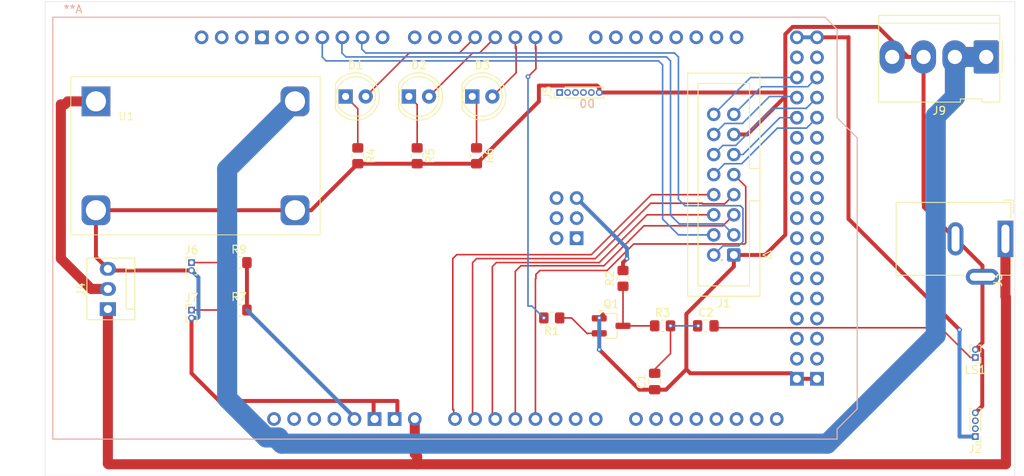
<source format=kicad_pcb>
(kicad_pcb (version 20240108) (generator "pcbnew") (generator_version "8.0")
  (layers (0 "F.Cu" signal) (31 "B.Cu" signal) (34 "B.Paste" user) (35 "F.Paste" user) (36 "B.SilkS" user "B.Silkscreen") (37 "F.SilkS" user "F.Silkscreen") (38 "B.Mask" user) (39 "F.Mask" user) (44 "Edge.Cuts" user))
  (net 0 "")
  (net 1 "GND")
  (net 2 "Net-(C1-Pad2)")
  (net 3 "Net-(LS1-Pin_1)")
  (net 4 "Net-(D1-K)")
  (net 5 "Net-(D1-A)")
  (net 6 "Net-(D2-K)")
  (net 7 "Net-(D2-A)")
  (net 8 "Net-(D3-A)")
  (net 9 "Net-(D3-K)")
  (net 10 "/C")
  (net 11 "/G2")
  (net 12 "/B")
  (net 13 "/OE")
  (net 14 "/LAT")
  (net 15 "/A")
  (net 16 "/D")
  (net 17 "/E")
  (net 18 "/R2")
  (net 19 "/G1")
  (net 20 "/CLK")
  (net 21 "/B1")
  (net 22 "/R1")
  (net 23 "/B2")
  (net 24 "/Echo")
  (net 25 "+5V")
  (net 26 "/Trig")
  (net 27 "/12V_SWITCH")
  (net 28 "+12V")
  (net 29 "Net-(J5-Pin_2)")
  (net 30 "Net-(J5-Pin_4)")
  (net 31 "Net-(J5-Pin_5)")
  (net 32 "Net-(J5-Pin_3)")
  (net 33 "Net-(J5-Pin_1)")
  (net 34 "/Button0")
  (net 35 "/Button1")
  (net 36 "+5V_Matrix")
  (net 37 "Net-(Q1-B)")
  (net 38 "Net-(Q1-C)")
  (net 39 "/Speaker_PWM")
  (footprint "Connector_Molex:Molex_KK-396_5273-04A_1x04_P3.96mm_Vertical" (layer "F.Cu") (at 234.38 48.5 180)
    (property "Reference" "J9" (at 5.94 -6.8 360) (layer "F.SilkS"))
    (property "Value" "WAVESHARE_PWR")
    (pad "1" thru_hole roundrect (at 0 0 180) (size 3.16 4.2) (drill 1.8) (layers "*.Cu" "*.Mask") (roundrect_rratio 0.079114) (net 36 "+5V_Matrix"))
    (pad "2" thru_hole oval (at 3.96 0 180) (size 3.16 4.2) (drill 1.8) (layers "*.Cu" "*.Mask") (net 36 "+5V_Matrix"))
    (pad "3" thru_hole oval (at 7.92 0 180) (size 3.16 4.2) (drill 1.8) (layers "*.Cu" "*.Mask") (net 1 "GND"))
    (pad "4" thru_hole oval (at 11.88 0 180) (size 3.16 4.2) (drill 1.8) (layers "*.Cu" "*.Mask") (net 1 "GND"))
  )
  (footprint "Connector_PinHeader_1.00mm:PinHeader_1x02_P1.00mm_Vertical" (layer "F.Cu") (at 134 74.5)
    (property "Reference" "J6" (at 0 -1.56 0) (layer "F.SilkS"))
    (property "Value" "Button_Conn")
    (pad "1" thru_hole rect (at 0 0) (size 0.85 0.85) (drill 0.5) (layers "*.Cu" "*.Mask") (net 34 "/Button0"))
    (pad "2" thru_hole oval (at 0 1) (size 0.85 0.85) (drill 0.5) (layers "*.Cu" "*.Mask") (net 1 "GND"))
  )
  (footprint "Package_TO_SOT_SMD:SOT-23_Handsoldering" (layer "F.Cu") (at 187 82.5)
    (property "Reference" "Q1" (at 0 -2.75 0) (layer "F.SilkS"))
    (property "Value" "2N2222")
    (pad "1" smd roundrect (at -1.5 -0.95) (size 1.9 0.8) (layers "F.Cu" "F.Paste" "F.Mask") (net 1 "GND"))
    (pad "2" smd roundrect (at -1.5 0.95) (size 1.9 0.8) (layers "F.Cu" "F.Paste" "F.Mask") (net 37 "Net-(Q1-B)"))
    (pad "3" smd roundrect (at 1.5 0) (size 1.9 0.8) (layers "F.Cu" "F.Paste" "F.Mask") (net 38 "Net-(Q1-C)"))
  )
  (footprint "Resistor_SMD:R_0805_2012Metric_Pad1.20x1.40mm_HandSolder" (layer "F.Cu") (at 155 61 -90)
    (property "Reference" "R4" (at 0 -1.65 90) (layer "F.SilkS"))
    (property "Value" "600")
    (pad "1" smd roundrect (at -1 0 270) (size 1.2 1.4) (layers "F.Cu" "F.Paste" "F.Mask") (roundrect_rratio 0.208333) (net 4 "Net-(D1-K)"))
    (pad "2" smd roundrect (at 1 0 270) (size 1.2 1.4) (layers "F.Cu" "F.Paste" "F.Mask") (roundrect_rratio 0.208333) (net 1 "GND"))
  )
  (footprint "matrixboard:DFR_Regulator" (layer "F.Cu") (at 134.5 61)
    (property "Reference" "U1" (at -8.75 -5 0) (layer "F.SilkS") (effects (font (thickness 0.1))))
    (property "Value" "~")
    (pad "1" thru_hole rect (at -12.5715 -6.881) (size 3.643 3.762) (drill 2.54) (layers "*.Cu" "*.Mask") (net 28 "+12V"))
    (pad "2" thru_hole roundrect (at -12.5715 6.881) (size 3.643 3.762) (drill 2.54) (layers "*.Cu" "*.Mask") (net 1 "GND"))
    (pad "3" thru_hole roundrect (at 12.5715 -6.881) (size 3.643 3.762) (drill 2.54) (layers "*.Cu" "*.Mask") (net 36 "+5V_Matrix"))
    (pad "4" thru_hole roundrect (at 12.5715 6.881) (size 3.643 3.762) (drill 2.54) (layers "*.Cu" "*.Mask") (net 1 "GND"))
  )
  (footprint "LED_THT:LED_D5.0mm" (layer "F.Cu") (at 153.46 53.5)
    (property "Reference" "D1" (at 1.27 -3.96 0) (layer "F.SilkS"))
    (property "Value" "LED")
    (pad "1" thru_hole rect (at 0 0) (size 1.8 1.8) (drill 0.9) (layers "*.Cu" "*.Mask") (net 4 "Net-(D1-K)"))
    (pad "2" thru_hole circle (at 2.54 0) (size 1.8 1.8) (drill 0.9) (layers "*.Cu" "*.Mask") (net 5 "Net-(D1-A)"))
  )
  (footprint "Connector_PinHeader_1.00mm:PinHeader_1x06_P1.00mm_Vertical" (layer "F.Cu") (at 180.5 53 90)
    (property "Reference" "J5" (at 0 -1.56 90) (layer "F.SilkS"))
    (property "Value" "Debug_Conn")
    (pad "1" thru_hole rect (at 0 0 90) (size 0.85 0.85) (drill 0.5) (layers "*.Cu" "*.Mask") (net 33 "Net-(J5-Pin_1)"))
    (pad "2" thru_hole oval (at 0 1 90) (size 0.85 0.85) (drill 0.5) (layers "*.Cu" "*.Mask") (net 29 "Net-(J5-Pin_2)"))
    (pad "3" thru_hole oval (at 0 2 90) (size 0.85 0.85) (drill 0.5) (layers "*.Cu" "*.Mask") (net 32 "Net-(J5-Pin_3)"))
    (pad "4" thru_hole oval (at 0 3 90) (size 0.85 0.85) (drill 0.5) (layers "*.Cu" "*.Mask") (net 30 "Net-(J5-Pin_4)"))
    (pad "5" thru_hole oval (at 0 4 90) (size 0.85 0.85) (drill 0.5) (layers "*.Cu" "*.Mask") (net 31 "Net-(J5-Pin_5)"))
    (pad "6" thru_hole oval (at 0 5 90) (size 0.85 0.85) (drill 0.5) (layers "*.Cu" "*.Mask") (net 1 "GND"))
  )
  (footprint "Capacitor_SMD:C_0805_2012Metric_Pad1.18x1.45mm_HandSolder" (layer "F.Cu") (at 192.5 89.5375 90)
    (property "Reference" "C1" (at 0 -1.68 90) (layer "F.SilkS"))
    (property "Value" "1nF")
    (pad "1" smd roundrect (at -1.0375 0 90) (size 1.175 1.45) (layers "F.Cu" "F.Paste" "F.Mask") (roundrect_rratio 0.212766) (net 1 "GND"))
    (pad "2" smd roundrect (at 1.0375 0 90) (size 1.175 1.45) (layers "F.Cu" "F.Paste" "F.Mask") (roundrect_rratio 0.212766) (net 2 "Net-(C1-Pad2)"))
  )
  (footprint "Resistor_SMD:R_0805_2012Metric_Pad1.20x1.40mm_HandSolder" (layer "F.Cu") (at 170 61 -90)
    (property "Reference" "R6" (at 0 -1.65 90) (layer "F.SilkS"))
    (property "Value" "600")
    (pad "1" smd roundrect (at -1 0 270) (size 1.2 1.4) (layers "F.Cu" "F.Paste" "F.Mask") (roundrect_rratio 0.208333) (net 9 "Net-(D3-K)"))
    (pad "2" smd roundrect (at 1 0 270) (size 1.2 1.4) (layers "F.Cu" "F.Paste" "F.Mask") (roundrect_rratio 0.208333) (net 1 "GND"))
  )
  (footprint "LED_THT:LED_D5.0mm" (layer "F.Cu") (at 169.46 53.5)
    (property "Reference" "D3" (at 1.27 -3.96 0) (layer "F.SilkS"))
    (property "Value" "LED")
    (pad "1" thru_hole rect (at 0 0) (size 1.8 1.8) (drill 0.9) (layers "*.Cu" "*.Mask") (net 9 "Net-(D3-K)"))
    (pad "2" thru_hole circle (at 2.54 0) (size 1.8 1.8) (drill 0.9) (layers "*.Cu" "*.Mask") (net 8 "Net-(D3-A)"))
  )
  (footprint "matrixboard:Arduino_Mega2560_R3_Shield" (layer "F.Cu") (at 116.48 96.82)
    (property "Reference" "A**" (at 2.54 -54.356 360) (layer "B.SilkS") (effects (justify mirror)))
    (property "Value" "Arduino_Mega2560_R3_Shield")
    (fp_text user "D0" (at 67.5 -42.395 0) (layer "B.SilkS") (effects (justify mirror)))
    (fp_text user "." (at 84.484 -23.004 360) (layer "B.SilkS"))
    (fp_text user "." (at 84.484 -23.004 360) (layer "F.SilkS"))
    (fp_text user "D0" (at 67.5 -42.395 0) (layer "F.SilkS"))
    (pad "" np_thru_hole circle (at 13.97 -2.54) (size 3.2 3.2) (drill 3.2) (layers "*.Cu" "*.Mask"))
    (pad "" np_thru_hole circle (at 15.24 -50.8) (size 3.2 3.2) (drill 3.2) (layers "*.Cu" "*.Mask"))
    (pad "" thru_hole oval (at 27.94 -2.54) (size 1.7272 1.7272) (drill 1.016) (layers "*.Cu" "*.Mask"))
    (pad "" np_thru_hole circle (at 66.04 -35.56) (size 3.2 3.2) (drill 3.2) (layers "*.Cu" "*.Mask"))
    (pad "" np_thru_hole circle (at 66.04 -7.62) (size 3.2 3.2) (drill 3.2) (layers "*.Cu" "*.Mask"))
    (pad "" np_thru_hole circle (at 90.17 -50.8) (size 3.2 3.2) (drill 3.2) (layers "*.Cu" "*.Mask"))
    (pad "" np_thru_hole circle (at 96.52 -2.54) (size 3.2 3.2) (drill 3.2) (layers "*.Cu" "*.Mask"))
    (pad "3V3" thru_hole oval (at 35.56 -2.54) (size 1.7272 1.7272) (drill 1.016) (layers "*.Cu" "*.Mask"))
    (pad "5V1" thru_hole oval (at 38.1 -2.54) (size 1.7272 1.7272) (drill 1.016) (layers "*.Cu" "*.Mask") (net 25 "+5V"))
    (pad "5V2" thru_hole oval (at 66.167 -30.48) (size 1.7272 1.7272) (drill 1.016) (layers "*.Cu" "*.Mask") (net 25 "+5V"))
    (pad "5V3" thru_hole oval (at 93.98 -50.8) (size 1.7272 1.7272) (drill 1.016) (layers "*.Cu" "*.Mask") (net 25 "+5V"))
    (pad "5V4" thru_hole oval (at 96.52 -50.8) (size 1.7272 1.7272) (drill 1.016) (layers "*.Cu" "*.Mask") (net 25 "+5V"))
    (pad "A0" thru_hole oval (at 50.8 -2.54) (size 1.7272 1.7272) (drill 1.016) (layers "*.Cu" "*.Mask") (net 15 "/A"))
    (pad "A1" thru_hole oval (at 53.34 -2.54) (size 1.7272 1.7272) (drill 1.016) (layers "*.Cu" "*.Mask") (net 12 "/B"))
    (pad "A2" thru_hole oval (at 55.88 -2.54) (size 1.7272 1.7272) (drill 1.016) (layers "*.Cu" "*.Mask") (net 10 "/C"))
    (pad "A3" thru_hole oval (at 58.42 -2.54) (size 1.7272 1.7272) (drill 1.016) (layers "*.Cu" "*.Mask") (net 16 "/D"))
    (pad "A4" thru_hole oval (at 60.96 -2.54) (size 1.7272 1.7272) (drill 1.016) (layers "*.Cu" "*.Mask") (net 17 "/E"))
    (pad "A5" thru_hole oval (at 63.5 -2.54) (size 1.7272 1.7272) (drill 1.016) (layers "*.Cu" "*.Mask"))
    (pad "A6" thru_hole oval (at 66.04 -2.54) (size 1.7272 1.7272) (drill 1.016) (layers "*.Cu" "*.Mask"))
    (pad "A7" thru_hole oval (at 68.58 -2.54) (size 1.7272 1.7272) (drill 1.016) (layers "*.Cu" "*.Mask"))
    (pad "A8" thru_hole oval (at 73.66 -2.54) (size 1.7272 1.7272) (drill 1.016) (layers "*.Cu" "*.Mask"))
    (pad "A9" thru_hole oval (at 76.2 -2.54) (size 1.7272 1.7272) (drill 1.016) (layers "*.Cu" "*.Mask"))
    (pad "A10" thru_hole oval (at 78.74 -2.54) (size 1.7272 1.7272) (drill 1.016) (layers "*.Cu" "*.Mask"))
    (pad "A11" thru_hole oval (at 81.28 -2.54) (size 1.7272 1.7272) (drill 1.016) (layers "*.Cu" "*.Mask"))
    (pad "A12" thru_hole oval (at 83.82 -2.54) (size 1.7272 1.7272) (drill 1.016) (layers "*.Cu" "*.Mask"))
    (pad "A13" thru_hole oval (at 86.36 -2.54) (size 1.7272 1.7272) (drill 1.016) (layers "*.Cu" "*.Mask"))
    (pad "A14" thru_hole oval (at 88.9 -2.54) (size 1.7272 1.7272) (drill 1.016) (layers "*.Cu" "*.Mask"))
    (pad "A15" thru_hole oval (at 91.44 -2.54) (size 1.7272 1.7272) (drill 1.016) (layers "*.Cu" "*.Mask"))
    (pad "AREF" thru_hole oval (at 23.876 -50.8) (size 1.7272 1.7272) (drill 1.016) (layers "*.Cu" "*.Mask"))
    (pad "D0" thru_hole oval (at 63.5 -50.8) (size 1.7272 1.7272) (drill 1.016) (layers "*.Cu" "*.Mask"))
    (pad "D1" thru_hole oval (at 60.96 -50.8) (size 1.7272 1.7272) (drill 1.016) (layers "*.Cu" "*.Mask") (net 39 "/Speaker_PWM"))
    (pad "D2" thru_hole oval (at 58.42 -50.8) (size 1.7272 1.7272) (drill 1.016) (layers "*.Cu" "*.Mask") (net 8 "Net-(D3-A)"))
    (pad "D3" thru_hole oval (at 55.88 -50.8) (size 1.7272 1.7272) (drill 1.016) (layers "*.Cu" "*.Mask") (net 7 "Net-(D2-A)"))
    (pad "D4" thru_hole oval (at 53.34 -50.8) (size 1.7272 1.7272) (drill 1.016) (layers "*.Cu" "*.Mask") (net 5 "Net-(D1-A)"))
    (pad "D5" thru_hole oval (at 50.8 -50.8) (size 1.7272 1.7272) (drill 1.016) (layers "*.Cu" "*.Mask"))
    (pad "D6" thru_hole oval (at 48.26 -50.8) (size 1.7272 1.7272) (drill 1.016) (layers "*.Cu" "*.Mask"))
    (pad "D7" thru_hole oval (at 45.72 -50.8) (size 1.7272 1.7272) (drill 1.016) (layers "*.Cu" "*.Mask"))
    (pad "D8" thru_hole oval (at 41.656 -50.8) (size 1.7272 1.7272) (drill 1.016) (layers "*.Cu" "*.Mask"))
    (pad "D9" thru_hole oval (at 39.116 -50.8) (size 1.7272 1.7272) (drill 1.016) (layers "*.Cu" "*.Mask") (net 13 "/OE"))
    (pad "D10" thru_hole oval (at 36.576 -50.8) (size 1.7272 1.7272) (drill 1.016) (layers "*.Cu" "*.Mask") (net 14 "/LAT"))
    (pad "D11" thru_hole oval (at 34.036 -50.8) (size 1.7272 1.7272) (drill 1.016) (layers "*.Cu" "*.Mask") (net 20 "/CLK"))
    (pad "D12" thru_hole oval (at 31.496 -50.8) (size 1.7272 1.7272) (drill 1.016) (layers "*.Cu" "*.Mask"))
    (pad "D13" thru_hole oval (at 28.956 -50.8) (size 1.7272 1.7272) (drill 1.016) (layers "*.Cu" "*.Mask"))
    (pad "D14" thru_hole oval (at 68.58 -50.8) (size 1.7272 1.7272) (drill 1.016) (layers "*.Cu" "*.Mask"))
    (pad "D15" thru_hole oval (at 71.12 -50.8) (size 1.7272 1.7272) (drill 1.016) (layers "*.Cu" "*.Mask"))
    (pad "D16" thru_hole oval (at 73.66 -50.8) (size 1.7272 1.7272) (drill 1.016) (layers "*.Cu" "*.Mask"))
    (pad "D17" thru_hole oval (at 76.2 -50.8) (size 1.7272 1.7272) (drill 1.016) (layers "*.Cu" "*.Mask"))
    (pad "D18" thru_hole oval (at 78.74 -50.8) (size 1.7272 1.7272) (drill 1.016) (layers "*.Cu" "*.Mask"))
    (pad "D19" thru_hole oval (at 81.28 -50.8) (size 1.7272 1.7272) (drill 1.016) (layers "*.Cu" "*.Mask"))
    (pad "D20" thru_hole oval (at 83.82 -50.8) (size 1.7272 1.7272) (drill 1.016) (layers "*.Cu" "*.Mask"))
    (pad "D21" thru_hole oval (at 86.36 -50.8) (size 1.7272 1.7272) (drill 1.016) (layers "*.Cu" "*.Mask"))
    (pad "D22" thru_hole oval (at 93.98 -48.26) (size 1.7272 1.7272) (drill 1.016) (layers "*.Cu" "*.Mask"))
    (pad "D23" thru_hole oval (at 96.52 -48.26) (size 1.7272 1.7272) (drill 1.016) (layers "*.Cu" "*.Mask"))
    (pad "D24" thru_hole oval (at 93.98 -45.72) (size 1.7272 1.7272) (drill 1.016) (layers "*.Cu" "*.Mask") (net 22 "/R1"))
    (pad "D25" thru_hole oval (at 96.52 -45.72) (size 1.7272 1.7272) (drill 1.016) (layers "*.Cu" "*.Mask") (net 19 "/G1"))
    (pad "D26" thru_hole oval (at 93.98 -43.18) (size 1.7272 1.7272) (drill 1.016) (layers "*.Cu" "*.Mask") (net 21 "/B1"))
    (pad "D27" thru_hole oval (at 96.52 -43.18) (size 1.7272 1.7272) (drill 1.016) (layers "*.Cu" "*.Mask") (net 18 "/R2"))
    (pad "D28" thru_hole oval (at 93.98 -40.64) (size 1.7272 1.7272) (drill 1.016) (layers "*.Cu" "*.Mask") (net 11 "/G2"))
    (pad "D29" thru_hole oval (at 96.52 -40.64) (size 1.7272 1.7272) (drill 1.016) (layers "*.Cu" "*.Mask") (net 23 "/B2"))
    (pad "D30" thru_hole oval (at 93.98 -38.1) (size 1.7272 1.7272) (drill 1.016) (layers "*.Cu" "*.Mask"))
    (pad "D31" thru_hole oval (at 96.52 -38.1) (size 1.7272 1.7272) (drill 1.016) (layers "*.Cu" "*.Mask"))
    (pad "D32" thru_hole oval (at 93.98 -35.56) (size 1.7272 1.7272) (drill 1.016) (layers "*.Cu" "*.Mask"))
    (pad "D33" thru_hole oval (at 96.52 -35.56) (size 1.7272 1.7272) (drill 1.016) (layers "*.Cu" "*.Mask"))
    (pad "D34" thru_hole oval (at 93.98 -33.02) (size 1.7272 1.7272) (drill 1.016) (layers "*.Cu" "*.Mask"))
    (pad "D35" thru_hole oval (at 96.52 -33.02) (size 1.7272 1.7272) (drill 1.016) (layers "*.Cu" "*.Mask"))
    (pad "D36" thru_hole oval (at 93.98 -30.48) (size 1.7272 1.7272) (drill 1.016) (layers "*.Cu" "*.Mask"))
    (pad "D37" thru_hole oval (at 96.52 -30.48) (size 1.7272 1.7272) (drill 1.016) (layers "*.Cu" "*.Mask"))
    (pad "D38" thru_hole oval (at 93.98 -27.94) (size 1.7272 1.7272) (drill 1.016) (layers "*.Cu" "*.Mask"))
    (pad "D39" thru_hole oval (at 96.52 -27.94) (size 1.7272 1.7272) (drill 1.016) (layers "*.Cu" "*.Mask"))
    (pad "D40" thru_hole oval (at 93.98 -25.4) (size 1.7272 1.7272) (drill 1.016) (layers "*.Cu" "*.Mask"))
    (pad "D41" thru_hole oval (at 96.52 -25.4) (size 1.7272 1.7272) (drill 1.016) (layers "*.Cu" "*.Mask"))
    (pad "D42" thru_hole oval (at 93.98 -22.86) (size 1.7272 1.7272) (drill 1.016) (layers "*.Cu" "*.Mask"))
    (pad "D43" thru_hole oval (at 96.52 -22.86) (size 1.7272 1.7272) (drill 1.016) (layers "*.Cu" "*.Mask"))
    (pad "D44" thru_hole oval (at 93.98 -20.32) (size 1.7272 1.7272) (drill 1.016) (layers "*.Cu" "*.Mask"))
    (pad "D45" thru_hole oval (at 96.52 -20.32) (size 1.7272 1.7272) (drill 1.016) (layers "*.Cu" "*.Mask"))
    (pad "D46" thru_hole oval (at 93.98 -17.78) (size 1.7272 1.7272) (drill 1.016) (layers "*.Cu" "*.Mask"))
    (pad "D47" thru_hole oval (at 96.52 -17.78) (size 1.7272 1.7272) (drill 1.016) (layers "*.Cu" "*.Mask"))
    (pad "D48" thru_hole oval (at 93.98 -15.24) (size 1.7272 1.7272) (drill 1.016) (layers "*.Cu" "*.Mask"))
    (pad "D49" thru_hole oval (at 96.52 -15.24) (size 1.7272 1.7272) (drill 1.016) (layers "*.Cu" "*.Mask"))
    (pad "D50" thru_hole oval (at 93.98 -12.7) (size 1.7272 1.7272) (drill 1.016) (layers "*.Cu" "*.Mask"))
    (pad "D51" thru_hole oval (at 96.52 -12.7) (size 1.7272 1.7272) (drill 1.016) (layers "*.Cu" "*.Mask"))
    (pad "D52" thru_hole oval (at 93.98 -10.16) (size 1.7272 1.7272) (drill 1.016) (layers "*.Cu" "*.Mask"))
    (pad "D53" thru_hole oval (at 96.52 -10.16) (size 1.7272 1.7272) (drill 1.016) (layers "*.Cu" "*.Mask"))
    (pad "GND1" thru_hole rect (at 26.416 -50.8) (size 1.7272 1.7272) (drill 1.016) (layers "*.Cu" "*.Mask"))
    (pad "GND2" thru_hole rect (at 40.64 -2.54) (size 1.7272 1.7272) (drill 1.016) (layers "*.Cu" "*.Mask") (net 1 "GND"))
    (pad "GND3" thru_hole rect (at 43.18 -2.54) (size 1.7272 1.7272) (drill 1.016) (layers "*.Cu" "*.Mask") (net 1 "GND"))
    (pad "GND4" thru_hole rect (at 66.167 -25.4) (size 1.7272 1.7272) (drill 1.016) (layers "*.Cu" "*.Mask"))
    (pad "GND5" thru_hole rect (at 93.98 -7.62) (size 1.7272 1.7272) (drill 1.016) (layers "*.Cu" "*.Mask") (net 1 "GND"))
    (pad "GND6" thru_hole rect (at 96.52 -7.62) (size 1.7272 1.7272) (drill 1.016) (layers "*.Cu" "*.Mask") (net 1 "GND"))
    (pad "IORF" thru_hole oval (at 30.48 -2.54) (size 1.7272 1.7272) (drill 1.016) (layers "*.Cu" "*.Mask"))
    (pad "MISO" thru_hole oval (at 63.627 -30.48) (size 1.7272 1.7272) (drill 1.016) (layers "*.Cu" "*.Mask"))
    (pad "MOSI" thru_hole oval (at 66.167 -27.94) (size 1.7272 1.7272) (drill 1.016) (layers "*.Cu" "*.Mask"))
    (pad "RST1" thru_hole oval (at 33.02 -2.54) (size 1.7272 1.7272) (drill 1.016) (layers "*.Cu" "*.Mask"))
    (pad "RST2" thru_hole oval (at 63.627 -25.4) (size 1.7272 1.7272) (drill 1.016) (layers "*.Cu" "*.Mask"))
    (pad "SCK" thru_hole oval (at 63.627 -27.94) (size 1.7272 1.7272) (drill 1.016) (layers "*.Cu" "*.Mask"))
    (pad "SCL" thru_hole oval (at 18.796 -50.8) (size 1.7272 1.7272) (drill 1.016) (layers "*.Cu" "*.Mask"))
    (pad "SDA" thru_hole oval (at 21.336 -50.8) (size 1.7272 1.7272) (drill 1.016) (layers "*.Cu" "*.Mask"))
    (pad "VIN" thru_hole oval (at 45.72 -2.54) (size 1.7272 1.7272) (drill 1.016) (layers "*.Cu" "*.Mask") (net 27 "/12V_SWITCH"))
  )
  (footprint "Connector_PinHeader_1.00mm:PinHeader_1x02_P1.00mm_Vertical" (layer "F.Cu") (at 134 80.5)
    (property "Reference" "J7" (at 0 -1.56 0) (layer "F.SilkS"))
    (property "Value" "Button_Conn")
    (pad "1" thru_hole rect (at 0 0) (size 0.85 0.85) (drill 0.5) (layers "*.Cu" "*.Mask") (net 35 "/Button1"))
    (pad "2" thru_hole oval (at 0 1) (size 0.85 0.85) (drill 0.5) (layers "*.Cu" "*.Mask") (net 1 "GND"))
  )
  (footprint "Resistor_SMD:R_0805_2012Metric_Pad1.20x1.40mm_HandSolder" (layer "F.Cu") (at 140 80.5)
    (property "Reference" "R7" (at 0 -1.65 0) (layer "F.SilkS"))
    (property "Value" "10k")
    (pad "1" smd roundrect (at -1 0) (size 1.2 1.4) (layers "F.Cu" "F.Paste" "F.Mask") (roundrect_rratio 0.208333) (net 35 "/Button1"))
    (pad "2" smd roundrect (at 1 0) (size 1.2 1.4) (layers "F.Cu" "F.Paste" "F.Mask") (roundrect_rratio 0.208333) (net 25 "+5V"))
  )
  (footprint "Resistor_SMD:R_0805_2012Metric_Pad1.20x1.40mm_HandSolder" (layer "F.Cu") (at 188.5 76.5 90)
    (property "Reference" "R2" (at 0 -1.65 90) (layer "F.SilkS"))
    (property "Value" "20")
    (pad "1" smd roundrect (at -1 0 90) (size 1.2 1.4) (layers "F.Cu" "F.Paste" "F.Mask") (roundrect_rratio 0.208333) (net 38 "Net-(Q1-C)"))
    (pad "2" smd roundrect (at 1 0 90) (size 1.2 1.4) (layers "F.Cu" "F.Paste" "F.Mask") (roundrect_rratio 0.208333) (net 25 "+5V"))
  )
  (footprint "Connector_IDC:IDC-Header_2x08_P2.54mm_Vertical" (layer "F.Cu") (at 202.5 73.54 180)
    (property "Reference" "J1" (at 1.27 -6.1 360) (layer "F.SilkS"))
    (property "Value" "Waveshare_Input_Conn")
    (pad "1" thru_hole roundrect (at 0 0 180) (size 1.7 1.7) (drill 1) (layers "*.Cu" "*.Mask") (roundrect_rratio 0.147059) (net 1 "GND"))
    (pad "2" thru_hole circle (at 2.54 0 180) (size 1.7 1.7) (drill 1) (layers "*.Cu" "*.Mask") (net 13 "/OE"))
    (pad "3" thru_hole circle (at 0 2.54 180) (size 1.7 1.7) (drill 1) (layers "*.Cu" "*.Mask") (net 14 "/LAT"))
    (pad "4" thru_hole circle (at 2.54 2.54 180) (size 1.7 1.7) (drill 1) (layers "*.Cu" "*.Mask") (net 20 "/CLK"))
    (pad "5" thru_hole circle (at 0 5.08 180) (size 1.7 1.7) (drill 1) (layers "*.Cu" "*.Mask") (net 16 "/D"))
    (pad "6" thru_hole circle (at 2.54 5.08 180) (size 1.7 1.7) (drill 1) (layers "*.Cu" "*.Mask") (net 10 "/C"))
    (pad "7" thru_hole circle (at 0 7.62 180) (size 1.7 1.7) (drill 1) (layers "*.Cu" "*.Mask") (net 12 "/B"))
    (pad "8" thru_hole circle (at 2.54 7.62 180) (size 1.7 1.7) (drill 1) (layers "*.Cu" "*.Mask") (net 15 "/A"))
    (pad "9" thru_hole circle (at 0 10.16 180) (size 1.7 1.7) (drill 1) (layers "*.Cu" "*.Mask") (net 17 "/E"))
    (pad "10" thru_hole circle (at 2.54 10.16 180) (size 1.7 1.7) (drill 1) (layers "*.Cu" "*.Mask") (net 23 "/B2"))
    (pad "11" thru_hole circle (at 0 12.7 180) (size 1.7 1.7) (drill 1) (layers "*.Cu" "*.Mask") (net 11 "/G2"))
    (pad "12" thru_hole circle (at 2.54 12.7 180) (size 1.7 1.7) (drill 1) (layers "*.Cu" "*.Mask") (net 18 "/R2"))
    (pad "13" thru_hole circle (at 0 15.24 180) (size 1.7 1.7) (drill 1) (layers "*.Cu" "*.Mask") (net 1 "GND"))
    (pad "14" thru_hole circle (at 2.54 15.24 180) (size 1.7 1.7) (drill 1) (layers "*.Cu" "*.Mask") (net 21 "/B1"))
    (pad "15" thru_hole circle (at 0 17.78 180) (size 1.7 1.7) (drill 1) (layers "*.Cu" "*.Mask") (net 19 "/G1"))
    (pad "16" thru_hole circle (at 2.54 17.78 180) (size 1.7 1.7) (drill 1) (layers "*.Cu" "*.Mask") (net 22 "/R1"))
  )
  (footprint "Resistor_SMD:R_0805_2012Metric_Pad1.20x1.40mm_HandSolder" (layer "F.Cu") (at 140 74.5)
    (property "Reference" "R9" (at 0 -1.65 0) (layer "F.SilkS"))
    (property "Value" "10k")
    (pad "1" smd roundrect (at -1 0) (size 1.2 1.4) (layers "F.Cu" "F.Paste" "F.Mask") (roundrect_rratio 0.208333) (net 34 "/Button0"))
    (pad "2" smd roundrect (at 1 0) (size 1.2 1.4) (layers "F.Cu" "F.Paste" "F.Mask") (roundrect_rratio 0.208333) (net 25 "+5V"))
  )
  (footprint "Capacitor_SMD:C_0805_2012Metric_Pad1.18x1.45mm_HandSolder" (layer "F.Cu") (at 198.9625 82.5)
    (property "Reference" "C2" (at 0 -1.68 0) (layer "F.SilkS"))
    (property "Value" "10nF")
    (pad "1" smd roundrect (at -1.0375 0) (size 1.175 1.45) (layers "F.Cu" "F.Paste" "F.Mask") (roundrect_rratio 0.212766) (net 2 "Net-(C1-Pad2)"))
    (pad "2" smd roundrect (at 1.0375 0) (size 1.175 1.45) (layers "F.Cu" "F.Paste" "F.Mask") (roundrect_rratio 0.212766) (net 3 "Net-(LS1-Pin_1)"))
  )
  (footprint "LED_THT:LED_D5.0mm" (layer "F.Cu") (at 161.46 53.5)
    (property "Reference" "D2" (at 1.27 -3.96 0) (layer "F.SilkS"))
    (property "Value" "LED")
    (pad "1" thru_hole rect (at 0 0) (size 1.8 1.8) (drill 0.9) (layers "*.Cu" "*.Mask") (net 6 "Net-(D2-K)"))
    (pad "2" thru_hole circle (at 2.54 0) (size 1.8 1.8) (drill 0.9) (layers "*.Cu" "*.Mask") (net 7 "Net-(D2-A)"))
  )
  (footprint "Resistor_SMD:R_0805_2012Metric_Pad1.20x1.40mm_HandSolder" (layer "F.Cu") (at 162.5 61 -90)
    (property "Reference" "R5" (at 0 -1.65 90) (layer "F.SilkS"))
    (property "Value" "600")
    (pad "1" smd roundrect (at -1 0 270) (size 1.2 1.4) (layers "F.Cu" "F.Paste" "F.Mask") (roundrect_rratio 0.208333) (net 6 "Net-(D2-K)"))
    (pad "2" smd roundrect (at 1 0 270) (size 1.2 1.4) (layers "F.Cu" "F.Paste" "F.Mask") (roundrect_rratio 0.208333) (net 1 "GND"))
  )
  (footprint "Resistor_SMD:R_0805_2012Metric_Pad1.20x1.40mm_HandSolder" (layer "F.Cu") (at 193.5 82.5)
    (property "Reference" "R3" (at 0 -1.65 360) (layer "F.SilkS"))
    (property "Value" "100")
    (pad "1" smd roundrect (at -1 0) (size 1.2 1.4) (layers "F.Cu" "F.Paste" "F.Mask") (roundrect_rratio 0.208333) (net 38 "Net-(Q1-C)"))
    (pad "2" smd roundrect (at 1 0) (size 1.2 1.4) (layers "F.Cu" "F.Paste" "F.Mask") (roundrect_rratio 0.208333) (net 2 "Net-(C1-Pad2)"))
  )
  (footprint "Connector_BarrelJack:BarrelJack_GCT_DCJ200-10-A_Horizontal" (layer "F.Cu") (at 236.8 71.5 -90)
    (property "Reference" "J3" (at 5.2019 0.935 90) (layer "F.SilkS"))
    (property "Value" "PJ-102AH")
    (pad "1" thru_hole rect (at 0 0 270) (size 4.6 2) (drill oval 3.6 1) (layers "*.Cu" "*.Mask") (net 27 "/12V_SWITCH"))
    (pad "2" thru_hole oval (at 0 6.3 270) (size 4.2 2) (drill oval 3.2 1) (layers "*.Cu" "*.Mask") (net 1 "GND"))
    (pad "3" thru_hole oval (at 4.8 2.9 270) (size 2 4.2) (drill oval 1 3.2) (layers "*.Cu" "*.Mask") (net 1 "GND"))
  )
  (footprint "Resistor_SMD:R_0805_2012Metric_Pad1.20x1.40mm_HandSolder" (layer "F.Cu") (at 179.5 81.5 180)
    (property "Reference" "R1" (at 0 -1.65 360) (layer "F.SilkS"))
    (property "Value" "220")
    (pad "1" smd roundrect (at -1 0 180) (size 1.2 1.4) (layers "F.Cu" "F.Paste" "F.Mask") (roundrect_rratio 0.208333) (net 37 "Net-(Q1-B)"))
    (pad "2" smd roundrect (at 1 0 180) (size 1.2 1.4) (layers "F.Cu" "F.Paste" "F.Mask") (roundrect_rratio 0.208333) (net 39 "/Speaker_PWM"))
  )
  (footprint "Connector_PinHeader_1.00mm:PinHeader_1x02_P1.00mm_Vertical" (layer "F.Cu") (at 233 86.5 180)
    (property "Reference" "LS1" (at 0 -1.56 360) (layer "F.SilkS"))
    (property "Value" "Speaker")
    (pad "1" thru_hole rect (at 0 0 180) (size 0.85 0.85) (drill 0.5) (layers "*.Cu" "*.Mask") (net 3 "Net-(LS1-Pin_1)"))
    (pad "2" thru_hole oval (at 0 1 180) (size 0.85 0.85) (drill 0.5) (layers "*.Cu" "*.Mask") (net 1 "GND"))
  )
  (footprint "Connector:FanPinHeader_1x03_P2.54mm_Vertical" (layer "F.Cu") (at 123.435 80.3781 90)
    (property "Reference" "J4" (at 2.5 -3.4 90) (layer "F.SilkS"))
    (property "Value" "LED_Switch_Conn")
    (pad "1" thru_hole rect (at 0 0 180) (size 2.03 1.73) (drill 1.02) (layers "*.Cu" "*.Mask") (net 27 "/12V_SWITCH"))
    (pad "2" thru_hole oval (at 2.54 0 180) (size 2.03 1.73) (drill 1.02) (layers "*.Cu" "*.Mask") (net 28 "+12V"))
    (pad "3" thru_hole oval (at 5.08 0 180) (size 2.03 1.73) (drill 1.02) (layers "*.Cu" "*.Mask") (net 1 "GND"))
  )
  (footprint "Connector_PinHeader_1.00mm:PinHeader_1x04_P1.00mm_Vertical" (layer "F.Cu") (at 233 96.5 180)
    (property "Reference" "J2" (at 0 -1.56 360) (layer "F.SilkS"))
    (property "Value" "Ultrasonic_Conn")
    (pad "1" thru_hole rect (at 0 0 180) (size 0.85 0.85) (drill 0.5) (layers "*.Cu" "*.Mask") (net 25 "+5V"))
    (pad "2" thru_hole oval (at 0 1 180) (size 0.85 0.85) (drill 0.5) (layers "*.Cu" "*.Mask") (net 26 "/Trig"))
    (pad "3" thru_hole oval (at 0 2 180) (size 0.85 0.85) (drill 0.5) (layers "*.Cu" "*.Mask") (net 24 "/Echo"))
    (pad "4" thru_hole oval (at 0 3 180) (size 0.85 0.85) (drill 0.5) (layers "*.Cu" "*.Mask") (net 1 "GND"))
  )
  (gr_rect (start 115.5 41.5) (end 238 101.5) (stroke (width 0.05)) (fill none) (layer "Edge.Cuts"))
  (segment (start 204.2 58.3) (end 202.5 58.3) (width 0.5) (layer "F.Cu") (net 1))
  (segment (start 209.76 88.5) (end 210.46 89.2) (width 0.5) (layer "F.Cu") (net 1))
  (segment (start 197 88.5) (end 209.76 88.5) (width 0.5) (layer "F.Cu") (net 1))
  (segment (start 233.9 74.9) (end 233.9 76.3) (width 0.5) (layer "F.Cu") (net 1))
  (segment (start 233.9 84.6) (end 233 85.5) (width 0.5) (layer "F.Cu") (net 1))
  (segment (start 162.5 62) (end 170 62) (width 0.5) (layer "F.Cu") (net 1))
  (segment (start 226.46 66.96) (end 226.46 48.5) (width 0.5) (layer "F.Cu") (net 1))
  (segment (start 202.5 75) (end 196.5 81) (width 0.5) (layer "F.Cu") (net 1))
  (segment (start 185.55 81.5) (end 186 81.05) (width 0.5) (layer "F.Cu") (net 1))
  (segment (start 185.5 52.39896) (end 185.22604 52.125) (width 0.5) (layer "F.Cu") (net 1))
  (segment (start 226.5 67.5) (end 226.5 67) (width 0.5) (layer "F.Cu") (net 1))
  (segment (start 123.435 75.2981) (end 123.6369 75.5) (width 0.5) (layer "F.Cu") (net 1))
  (segment (start 226.5 67) (end 226.46 66.96) (width 0.2) (layer "F.Cu") (net 1))
  (segment (start 160 93.94) (end 159.66 94.28) (width 0.5) (layer "F.Cu") (net 1))
  (segment (start 185.5 53) (end 209 53) (width 0.5) (layer "F.Cu") (net 1))
  (segment (start 185.5 81.55) (end 185.5 81.55) (width 0.5) (layer "F.Cu") (net 1))
  (segment (start 196.5 88) (end 197 88.5) (width 0.5) (layer "F.Cu") (net 1))
  (segment (start 226.46 48.5) (end 224.5 48.5) (width 0.5) (layer "F.Cu") (net 1))
  (segment (start 209 53.5) (end 209 71) (width 0.5) (layer "F.Cu") (net 1))
  (segment (start 137.5 92) (end 157 92) (width 0.5) (layer "F.Cu") (net 1))
  (segment (start 185.22604 52.125) (end 177.875 52.125) (width 0.5) (layer "F.Cu") (net 1))
  (segment (start 209 71) (end 206.46 73.54) (width 0.5) (layer "F.Cu") (net 1))
  (segment (start 233.875 92.625) (end 233 93.5) (width 0.5) (layer "F.Cu") (net 1))
  (segment (start 134 88.5) (end 137.5 92) (width 0.5) (layer "F.Cu") (net 1))
  (segment (start 160 92) (end 160 93.94) (width 0.5) (layer "F.Cu") (net 1))
  (segment (start 230.5 71.5) (end 233.9 74.9) (width 0.5) (layer "F.Cu") (net 1))
  (segment (start 224.5 48.5) (end 222.5 48.5) (width 0.5) (layer "F.Cu") (net 1))
  (segment (start 177.875 54.125) (end 177.875 52.125) (width 0.5) (layer "F.Cu") (net 1))
  (segment (start 220.7064 44.7064) (end 209.915889 44.7064) (width 0.5) (layer "F.Cu") (net 1))
  (segment (start 233.9 76.3) (end 233.9 84.6) (width 0.5) (layer "F.Cu") (net 1))
  (segment (start 209 53) (end 209 53.5) (width 0.5) (layer "F.Cu") (net 1))
  (segment (start 134.875 81.375) (end 134.75 81.5) (width 0.5) (layer "F.Cu") (net 1))
  (segment (start 196.5 81) (end 196.5 88) (width 0.5) (layer "F.Cu") (net 1))
  (segment (start 185.5 81.5) (end 185.55 81.5) (width 0.5) (layer "F.Cu") (net 1))
  (segment (start 170 62) (end 177.875 54.125) (width 0.5) (layer "F.Cu") (net 1))
  (segment (start 209.915889 44.7064) (end 209 45.622289) (width 0.5) (layer "F.Cu") (net 1))
  (segment (start 157 94.16) (end 157.12 94.28) (width 0.5) (layer "F.Cu") (net 1))
  (segment (start 190.575 90.575) (end 185.5 85.5) (width 0.5) (layer "F.Cu") (net 1))
  (segment (start 147.0715 67.881) (end 121.9285 67.881) (width 0.5) (layer "F.Cu") (net 1))
  (segment (start 210.46 89.2) (end 213 89.2) (width 0.5) (layer "F.Cu") (net 1))
  (segment (start 209 45.622289) (end 209 53) (width 0.5) (layer "F.Cu") (net 1))
  (segment (start 149.119 67.881) (end 155 62) (width 0.5) (layer "F.Cu") (net 1))
  (segment (start 121.9285 73.7916) (end 123.435 75.2981) (width 0.5) (layer "F.Cu") (net 1))
  (segment (start 224.5 48.5) (end 220.7064 44.7064) (width 0.5) (layer "F.Cu") (net 1))
  (segment (start 121.9285 67.881) (end 121.9285 73.7916) (width 0.5) (layer "F.Cu") (net 1))
  (segment (start 123.6369 75.5) (end 134 75.5) (width 0.5) (layer "F.Cu") (net 1))
  (segment (start 185.5 53) (end 185.5 52.39896) (width 0.5) (layer "F.Cu") (net 1))
  (segment (start 206.46 73.54) (end 202.5 73.54) (width 0.5) (layer "F.Cu") (net 1))
  (segment (start 134 81.5) (end 134 88.5) (width 0.5) (layer "F.Cu") (net 1))
  (segment (start 185.5 81.55) (end 185.5 81.5) (width 0.5) (layer "F.Cu") (net 1))
  (segment (start 230.5 71.5) (end 226.5 67.5) (width 0.5) (layer "F.Cu") (net 1))
  (segment (start 202.5 73.54) (end 202.5 75) (width 0.5) (layer "F.Cu") (net 1))
  (segment (start 157 92.5) (end 157 94.16) (width 0.5) (layer "F.Cu") (net 1))
  (segment (start 157 92) (end 160 92) (width 0.5) (layer "F.Cu") (net 1))
  (segment (start 190.575 90.575) (end 192.5 90.575) (width 0.5) (layer "F.Cu") (net 1))
  (segment (start 196.5 88) (end 193.925 90.575) (width 0.5) (layer "F.Cu") (net 1))
  (segment (start 147.0715 67.881) (end 149.119 67.881) (width 0.5) (layer "F.Cu") (net 1))
  (segment (start 233 85.5) (end 233.75 85.5) (width 0.5) (layer "F.Cu") (net 1))
  (segment (start 157 92) (end 157 92.5) (width 0.5) (layer "F.Cu") (net 1))
  (segment (start 233.875 85.625) (end 233.875 92.625) (width 0.5) (layer "F.Cu") (net 1))
  (segment (start 193.925 90.575) (end 192.5 90.575) (width 0.5) (layer "F.Cu") (net 1))
  (segment (start 155 62) (end 162.5 62) (width 0.5) (layer "F.Cu") (net 1))
  (segment (start 209 53.5) (end 204.2 58.3) (width 0.5) (layer "F.Cu") (net 1))
  (segment (start 233.75 85.5) (end 233.875 85.625) (width 0.5) (layer "F.Cu") (net 1))
  (via (at 185.5 81.5) (size 0.6) (drill 0.3) (layers "F.Cu" "B.Cu") (net 1))
  (via (at 185.5 85.5) (size 0.6) (drill 0.3) (layers "F.Cu" "B.Cu") (net 1))
  (segment (start 185.5 85.5) (end 185.5 81.5) (width 0.5) (layer "B.Cu") (net 1))
  (segment (start 134.75 81.5) (end 134 81.5) (width 0.5) (layer "B.Cu") (net 1))
  (segment (start 134.875 78) (end 134.875 81.375) (width 0.5) (layer "B.Cu") (net 1))
  (segment (start 134 75.5) (end 134.875 76.375) (width 0.5) (layer "B.Cu") (net 1))
  (segment (start 134.875 76.375) (end 134.875 78) (width 0.5) (layer "B.Cu") (net 1))
  (segment (start 194.5 86) (end 194.5 82.5) (width 0.2) (layer "F.Cu") (net 2))
  (segment (start 192.5 88) (end 194.5 86) (width 0.2) (layer "F.Cu") (net 2))
  (segment (start 192.5 88.5) (end 192.5 88) (width 0.2) (layer "F.Cu") (net 2))
  (via (at 198 82.5) (size 0.6) (drill 0.3) (layers "F.Cu" "B.Cu") (net 2))
  (via (at 194.5 82.5) (size 0.6) (drill 0.3) (layers "F.Cu" "B.Cu") (net 2))
  (segment (start 194.5 82.5) (end 195.95 82.5) (width 0.2) (layer "B.Cu") (net 2))
  (segment (start 195.95 82.5) (end 198 82.5) (width 0.2) (layer "B.Cu") (net 2))
  (segment (start 200.2436 82.7436) (end 228.6186 82.7436) (width 0.2) (layer "F.Cu") (net 3))
  (segment (start 200 82.5) (end 200.2436 82.7436) (width 0.2) (layer "F.Cu") (net 3))
  (segment (start 232.375 86.5) (end 233 86.5) (width 0.2) (layer "F.Cu") (net 3))
  (segment (start 228.6186 82.7436) (end 232.375 86.5) (width 0.2) (layer "F.Cu") (net 3))
  (segment (start 155 60) (end 155 55.04) (width 0.2) (layer "F.Cu") (net 4))
  (segment (start 155 55.04) (end 153.46 53.5) (width 0.2) (layer "F.Cu") (net 4))
  (segment (start 167.84 48) (end 169.82 46.02) (width 0.2) (layer "F.Cu") (net 5))
  (segment (start 161.5 48) (end 167.84 48) (width 0.2) (layer "F.Cu") (net 5))
  (segment (start 156 53.5) (end 161.5 48) (width 0.2) (layer "F.Cu") (net 5))
  (segment (start 162.5 60) (end 162.5 54.54) (width 0.2) (layer "F.Cu") (net 6))
  (segment (start 162.5 54.54) (end 161.46 53.5) (width 0.2) (layer "F.Cu") (net 6))
  (segment (start 170.38 48) (end 172.36 46.02) (width 0.2) (layer "F.Cu") (net 7))
  (segment (start 169.5 48) (end 170.38 48) (width 0.2) (layer "F.Cu") (net 7))
  (segment (start 164 53.5) (end 169.5 48) (width 0.2) (layer "F.Cu") (net 7))
  (segment (start 175 50.5) (end 175 47.5) (width 0.2) (layer "F.Cu") (net 8))
  (segment (start 172 53.5) (end 175 50.5) (width 0.2) (layer "F.Cu") (net 8))
  (segment (start 175 47.5) (end 174.9 47.4) (width 0.2) (layer "F.Cu") (net 8))
  (segment (start 175 47.5) (end 175 47.1836) (width 0.2) (layer "F.Cu") (net 8))
  (segment (start 174.9 47.4) (end 174.9 46.02) (width 0.2) (layer "F.Cu") (net 8))
  (segment (start 170 54.04) (end 169.46 53.5) (width 0.2) (layer "F.Cu") (net 9))
  (segment (start 170 60) (end 170 54.04) (width 0.2) (layer "F.Cu") (net 9))
  (segment (start 172 93.92) (end 172.36 94.28) (width 0.2) (layer "F.Cu") (net 10))
  (segment (start 199.96 68.46) (end 191.54 68.46) (width 0.2) (layer "F.Cu") (net 10))
  (segment (start 185.5 74.5) (end 172.5 74.5) (width 0.2) (layer "F.Cu") (net 10))
  (segment (start 172 75) (end 172 93.92) (width 0.2) (layer "F.Cu") (net 10))
  (segment (start 172.5 74.5) (end 172 75) (width 0.2) (layer "F.Cu") (net 10))
  (segment (start 191.54 68.46) (end 185.5 74.5) (width 0.2) (layer "F.Cu") (net 10))
  (segment (start 208.31 56.18) (end 203.65 60.84) (width 0.2) (layer "B.Cu") (net 11))
  (segment (start 203.65 60.84) (end 202.5 60.84) (width 0.2) (layer "B.Cu") (net 11))
  (segment (start 210.46 56.18) (end 208.31 56.18) (width 0.2) (layer "B.Cu") (net 11))
  (segment (start 192 67) (end 185 74) (width 0.2) (layer "F.Cu") (net 12))
  (segment (start 169.5 74.5) (end 169.5 93.96) (width 0.2) (layer "F.Cu") (net 12))
  (segment (start 185 74) (end 170 74) (width 0.2) (layer "F.Cu") (net 12))
  (segment (start 198.5 67) (end 192 67) (width 0.2) (layer "F.Cu") (net 12))
  (segment (start 201.35 67.07) (end 198.57 67.07) (width 0.2) (layer "F.Cu") (net 12))
  (segment (start 170 74) (end 169.5 74.5) (width 0.2) (layer "F.Cu") (net 12))
  (segment (start 202.5 65.92) (end 201.35 67.07) (width 0.2) (layer "F.Cu") (net 12))
  (segment (start 198.57 67.07) (end 198.5 67) (width 0.2) (layer "F.Cu") (net 12))
  (segment (start 169.5 93.96) (end 169.82 94.28) (width 0.2) (layer "F.Cu") (net 12))
  (segment (start 201.11 72.39) (end 203.11 72.39) (width 0.2) (layer "B.Cu") (net 13))
  (segment (start 156 48) (end 155.5 47.5) (width 0.2) (layer "B.Cu") (net 13))
  (segment (start 203.31 67.31) (end 196.31 67.31) (width 0.2) (layer "B.Cu") (net 13))
  (segment (start 195.5 48.5) (end 195 48) (width 0.2) (layer "B.Cu") (net 13))
  (segment (start 199.96 73.54) (end 201.11 72.39) (width 0.2) (layer "B.Cu") (net 13))
  (segment (start 203.65 67.65) (end 203.31 67.31) (width 0.2) (layer "B.Cu") (net 13))
  (segment (start 195.5 66.5) (end 195.5 48.5) (width 0.2) (layer "B.Cu") (net 13))
  (segment (start 195 48) (end 156 48) (width 0.2) (layer "B.Cu") (net 13))
  (segment (start 155.5 46.116) (end 155.596 46.02) (width 0.2) (layer "B.Cu") (net 13))
  (segment (start 203.65 71.85) (end 203.65 67.65) (width 0.2) (layer "B.Cu") (net 13))
  (segment (start 155.5 47.5) (end 155.5 46.116) (width 0.2) (layer "B.Cu") (net 13))
  (segment (start 203.11 72.39) (end 203.65 71.85) (width 0.2) (layer "B.Cu") (net 13))
  (segment (start 196.31 67.31) (end 195.5 66.5) (width 0.2) (layer "B.Cu") (net 13))
  (segment (start 194 48.5) (end 153.5 48.5) (width 0.2) (layer "B.Cu") (net 14))
  (segment (start 194.5 68.5) (end 194.5 49) (width 0.2) (layer "B.Cu") (net 14))
  (segment (start 194.5 49) (end 194 48.5) (width 0.2) (layer "B.Cu") (net 14))
  (segment (start 153 46.076) (end 153.056 46.02) (width 0.2) (layer "B.Cu") (net 14))
  (segment (start 153 48) (end 153 46.076) (width 0.2) (layer "B.Cu") (net 14))
  (segment (start 202.5 71) (end 201.11 69.61) (width 0.2) (layer "B.Cu") (net 14))
  (segment (start 201.11 69.61) (end 195.61 69.61) (width 0.2) (layer "B.Cu") (net 14))
  (segment (start 195.61 69.61) (end 194.5 68.5) (width 0.2) (layer "B.Cu") (net 14))
  (segment (start 153.5 48.5) (end 153 48) (width 0.2) (layer "B.Cu") (net 14))
  (segment (start 167 93) (end 167.1164 93.1164) (width 0.2) (layer "F.Cu") (net 15))
  (segment (start 167 74) (end 167 93) (width 0.2) (layer "F.Cu") (net 15))
  (segment (start 192.08 65.92) (end 184.5 73.5) (width 0.2) (layer "F.Cu") (net 15))
  (segment (start 167.1164 93.1164) (end 167.1164 94.1164) (width 0.2) (layer "F.Cu") (net 15))
  (segment (start 167.1164 94.1164) (end 167.28 94.28) (width 0.2) (layer "F.Cu") (net 15))
  (segment (start 199.96 65.92) (end 192.08 65.92) (width 0.2) (layer "F.Cu") (net 15))
  (segment (start 167.5 73.5) (end 167 74) (width 0.2) (layer "F.Cu") (net 15))
  (segment (start 184.5 73.5) (end 167.5 73.5) (width 0.2) (layer "F.Cu") (net 15))
  (segment (start 167.1164 93.1164) (end 167 93.1164) (width 0.2) (layer "F.Cu") (net 15))
  (segment (start 174.9 75.6) (end 174.9 94.28) (width 0.2) (layer "F.Cu") (net 16))
  (segment (start 202.5 68.46) (end 201.11 69.85) (width 0.2) (layer "F.Cu") (net 16))
  (segment (start 175.6 74.9) (end 174.9 75.6) (width 0.2) (layer "F.Cu") (net 16))
  (segment (start 201.11 69.85) (end 191.15 69.85) (width 0.2) (layer "F.Cu") (net 16))
  (segment (start 186.1 74.9) (end 175.6 74.9) (width 0.2) (layer "F.Cu") (net 16))
  (segment (start 191.15 69.85) (end 186.1 74.9) (width 0.2) (layer "F.Cu") (net 16))
  (segment (start 177.5 76) (end 177.5 76.5) (width 0.2) (layer "F.Cu") (net 17))
  (segment (start 204 72) (end 203.85 72.15) (width 0.2) (layer "F.Cu") (net 17))
  (segment (start 202.5 63.38) (end 204 64.88) (width 0.2) (layer "F.Cu") (net 17))
  (segment (start 186.5 75.5) (end 178 75.5) (width 0.2) (layer "F.Cu") (net 17))
  (segment (start 178 75.5) (end 177.5 76) (width 0.2) (layer "F.Cu") (net 17))
  (segment (start 189.85 72.15) (end 186.5 75.5) (width 0.2) (layer "F.Cu") (net 17))
  (segment (start 204 64.88) (end 204 72) (width 0.2) (layer "F.Cu") (net 17))
  (segment (start 177.5 76.5) (end 177.44 76.56) (width 0.2) (layer "F.Cu") (net 17))
  (segment (start 203.85 72.15) (end 189.85 72.15) (width 0.2) (layer "F.Cu") (net 17))
  (segment (start 177.44 76.56) (end 177.44 94.28) (width 0.2) (layer "F.Cu") (net 17))
  (segment (start 211.64 55) (end 207.426346 55) (width 0.2) (layer "B.Cu") (net 18))
  (segment (start 213 53.64) (end 211.64 55) (width 0.2) (layer "B.Cu") (net 18))
  (segment (start 207.426346 55) (end 202.736346 59.69) (width 0.2) (layer "B.Cu") (net 18))
  (segment (start 202.736346 59.69) (end 201.11 59.69) (width 0.2) (layer "B.Cu") (net 18))
  (segment (start 201.11 59.69) (end 199.96 60.84) (width 0.2) (layer "B.Cu") (net 18))
  (segment (start 205.9964 52.2636) (end 202.5 55.76) (width 0.2) (layer "B.Cu") (net 19))
  (segment (start 211.8364 52.2636) (end 205.9964 52.2636) (width 0.2) (layer "B.Cu") (net 19))
  (segment (start 213 51.1) (end 211.8364 52.2636) (width 0.2) (layer "B.Cu") (net 19))
  (segment (start 195.5 71) (end 193.5 69) (width 0.2) (layer "B.Cu") (net 20))
  (segment (start 199.96 71) (end 195.5 71) (width 0.2) (layer "B.Cu") (net 20))
  (segment (start 193.5 49.5) (end 193 49) (width 0.2) (layer "B.Cu") (net 20))
  (segment (start 193.5 69) (end 193.5 49.5) (width 0.2) (layer "B.Cu") (net 20))
  (segment (start 150.516 48.484) (end 150.5 48.5) (width 0.2) (layer "B.Cu") (net 20))
  (segment (start 193 49) (end 151 49) (width 0.2) (layer "B.Cu") (net 20))
  (segment (start 150.516 46.02) (end 150.516 48.484) (width 0.2) (layer "B.Cu") (net 20))
  (segment (start 151 49) (end 150.5 48.5) (width 0.2) (layer "B.Cu") (net 20))
  (segment (start 201.35 56.91) (end 199.96 58.3) (width 0.2) (layer "B.Cu") (net 21))
  (segment (start 207 53.5) (end 203.59 56.91) (width 0.2) (layer "B.Cu") (net 21))
  (segment (start 210.32 53.5) (end 207 53.5) (width 0.2) (layer "B.Cu") (net 21))
  (segment (start 203.59 56.91) (end 201.35 56.91) (width 0.2) (layer "B.Cu") (net 21))
  (segment (start 210.46 53.64) (end 210.32 53.5) (width 0.2) (layer "B.Cu") (net 21))
  (segment (start 204.62 51.1) (end 199.96 55.76) (width 0.2) (layer "B.Cu") (net 22))
  (segment (start 210.46 51.1) (end 204.62 51.1) (width 0.2) (layer "B.Cu") (net 22))
  (segment (start 208 57.5) (end 203.5 62) (width 0.2) (layer "B.Cu") (net 23))
  (segment (start 213 56.18) (end 211.68 57.5) (width 0.2) (layer "B.Cu") (net 23))
  (segment (start 211.68 57.5) (end 208 57.5) (width 0.2) (layer "B.Cu") (net 23))
  (segment (start 203.5 62) (end 201.34 62) (width 0.2) (layer "B.Cu") (net 23))
  (segment (start 201.34 62) (end 199.96 63.38) (width 0.2) (layer "B.Cu") (net 23))
  (segment (start 188.5 74.5) (end 189 74) (width 0.5) (layer "F.Cu") (net 25))
  (segment (start 141 74.5) (end 141 80.5) (width 0.5) (layer "F.Cu") (net 25))
  (segment (start 188.5 75.5) (end 188.5 74.5) (width 0.5) (layer "F.Cu") (net 25))
  (segment (start 216.98 46.02) (end 217 46) (width 0.5) (layer "F.Cu") (net 25))
  (segment (start 213 46.02) (end 216.98 46.02) (width 0.5) (layer "F.Cu") (net 25))
  (segment (start 216.98 68.98) (end 231 83) (width 0.5) (layer "F.Cu") (net 25))
  (segment (start 216.98 46.02) (end 216.98 68.98) (width 0.5) (layer "F.Cu") (net 25))
  (via (at 189 74) (size 0.6) (drill 0.3) (layers "F.Cu" "B.Cu") (net 25))
  (via (at 231 83) (size 0.6) (drill 0.3) (layers "F.Cu" "B.Cu") (net 25))
  (segment (start 154.58 94.08) (end 154.58 94.28) (width 0.5) (layer "B.Cu") (net 25))
  (segment (start 189 74) (end 189 73.924264) (width 0) (layer "B.Cu") (net 25))
  (segment (start 213 46.02) (end 210.46 46.02) (width 0.5) (layer "B.Cu") (net 25))
  (segment (start 189 72.693) (end 189 74) (width 0.5) (layer "B.Cu") (net 25))
  (segment (start 231 96.5) (end 233 96.5) (width 0.5) (layer "B.Cu") (net 25))
  (segment (start 231 83) (end 231 96.5) (width 0.5) (layer "B.Cu") (net 25))
  (segment (start 189 73.924264) (end 189.212132 73.712132) (width 0) (layer "B.Cu") (net 25))
  (segment (start 141 80.5) (end 154.58 94.08) (width 0.5) (layer "B.Cu") (net 25))
  (segment (start 182.647 66.34) (end 189 72.693) (width 0.5) (layer "B.Cu") (net 25))
  (segment (start 162.2 98.7) (end 162.2 94.28) (width 1.27) (layer "F.Cu") (net 27))
  (segment (start 162.5 99) (end 162.2 98.7) (width 1.27) (layer "F.Cu") (net 27))
  (segment (start 123.5 100) (end 123.435 99.935) (width 1.27) (layer "F.Cu") (net 27))
  (segment (start 123.435 99.935) (end 123.435 80.3781) (width 1.27) (layer "F.Cu") (net 27))
  (segment (start 236.865 78.865) (end 236.865 100) (width 1.27) (layer "F.Cu") (net 27))
  (segment (start 236.8 78.8) (end 236.865 78.865) (width 1.27) (layer "F.Cu") (net 27))
  (segment (start 236.865 100) (end 162.5 100) (width 1.27) (layer "F.Cu") (net 27))
  (segment (start 162.5 100) (end 123.5 100) (width 1.27) (layer "F.Cu") (net 27))
  (segment (start 236.8 71.5) (end 236.8 78.8) (width 1.27) (layer "F.Cu") (net 27))
  (segment (start 162.5 100) (end 162.5 99) (width 1.27) (layer "F.Cu") (net 27))
  (segment (start 118.381 54.119) (end 121.9285 54.119) (width 1.27) (layer "F.Cu") (net 28))
  (segment (start 123.435 77.8381) (end 121.3381 77.8381) (width 1.27) (layer "F.Cu") (net 28))
  (segment (start 117.5 74) (end 117.5 54.5) (width 1.27) (layer "F.Cu") (net 28))
  (segment (start 117.5 54.5) (end 118 54.5) (width 1.27) (layer "F.Cu") (net 28))
  (segment (start 118 54.5) (end 118.381 54.119) (width 1.27) (layer "F.Cu") (net 28))
  (segment (start 121.3381 77.8381) (end 117.5 74) (width 1.27) (layer "F.Cu") (net 28))
  (segment (start 139 74.5) (end 134 74.5) (width 0.2) (layer "F.Cu") (net 34))
  (segment (start 139 80.5) (end 134 80.5) (width 0.2) (layer "F.Cu") (net 35))
  (segment (start 214.292346 97.4) (end 228 83.692346) (width 2.54) (layer "B.Cu") (net 36))
  (segment (start 145 97) (end 145.4 97.4) (width 2.54) (layer "B.Cu") (net 36))
  (segment (start 145.4 97.4) (end 214.292346 97.4) (width 2.54) (layer "B.Cu") (net 36))
  (segment (start 228 56) (end 230.42 53.58) (width 2.54) (layer "B.Cu") (net 36))
  (segment (start 230.42 53.58) (end 230.42 48.5) (width 2.54) (layer "B.Cu") (net 36))
  (segment (start 138.5 62.6905) (end 138.5 91.660209) (width 2.54) (layer "B.Cu") (net 36))
  (segment (start 230.42 48.5) (end 234.38 48.5) (width 2.54) (layer "B.Cu") (net 36))
  (segment (start 143.453391 96.6136) (end 145 96.6136) (width 2.54) (layer "B.Cu") (net 36))
  (segment (start 145 96.6136) (end 145 97) (width 2.54) (layer "B.Cu") (net 36))
  (segment (start 228 83.692346) (end 228 56) (width 2.54) (layer "B.Cu") (net 36))
  (segment (start 138.5 91.660209) (end 143.453391 96.6136) (width 2.54) (layer "B.Cu") (net 36))
  (segment (start 147.0715 54.119) (end 138.5 62.6905) (width 2.54) (layer "B.Cu") (net 36))
  (segment (start 182 81.5) (end 184 83.5) (width 0.2) (layer "F.Cu") (net 37))
  (segment (start 184 83.5) (end 184.05 83.45) (width 0.2) (layer "F.Cu") (net 37))
  (segment (start 180.5 81.5) (end 182 81.5) (width 0.2) (layer "F.Cu") (net 37))
  (segment (start 184.05 83.45) (end 185.5 83.45) (width 0.2) (layer "F.Cu") (net 37))
  (segment (start 188.5 77.5) (end 188.5 82.5) (width 0.2) (layer "F.Cu") (net 38))
  (segment (start 188.5 82.5) (end 192.5 82.5) (width 0.2) (layer "F.Cu") (net 38))
  (segment (start 176.5 51) (end 177.5 50) (width 0.2) (layer "F.Cu") (net 39))
  (segment (start 177.44 47.44) (end 177.44 46.02) (width 0.2) (layer "F.Cu") (net 39))
  (segment (start 177.5 50) (end 177.5 47.5) (width 0.2) (layer "F.Cu") (net 39))
  (segment (start 177.5 47.5) (end 177.5 47.1836) (width 0.2) (layer "F.Cu") (net 39))
  (segment (start 177.5 47.5) (end 177.44 47.44) (width 0.2) (layer "F.Cu") (net 39))
  (via (at 176.5 51) (size 0.6) (drill 0.3) (layers "F.Cu" "B.Cu") (net 39))
  (via (at 178.5 81.5) (size 0.6) (drill 0.3) (layers "F.Cu" "B.Cu") (net 39))
  (segment (start 177 80) (end 176.5 80) (width 0.2) (layer "B.Cu") (net 39))
  (segment (start 176.5 80) (end 176.5 51) (width 0.2) (layer "B.Cu") (net 39))
  (segment (start 178.5 81.5) (end 177 80) (width 0.2) (layer "B.Cu") (net 39))
)
</source>
